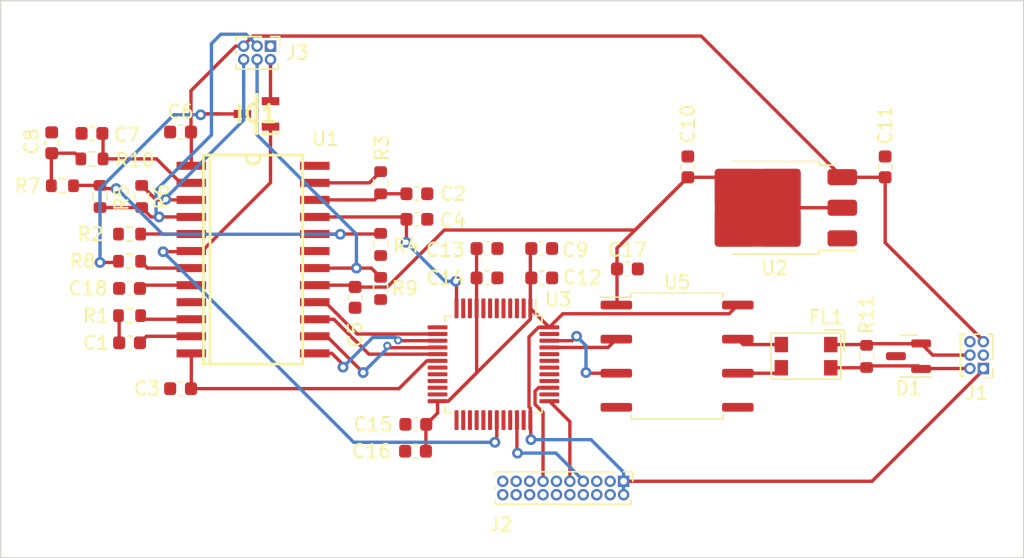
<source format=kicad_pcb>
(kicad_pcb (version 20221018) (generator pcbnew)
  (layers (0 "F.Cu" signal) (31 "B.Cu" signal) (34 "B.Paste" user) (35 "F.Paste" user) (36 "B.SilkS" user "B.Silkscreen") (37 "F.SilkS" user "F.Silkscreen") (38 "B.Mask" user) (39 "F.Mask" user) (44 "Edge.Cuts" user))
  (net 0 "")
  (net 1 "Net-(C1-Pad1)")
  (net 2 "Net-(U1-CM)")
  (net 3 "Net-(U1-CF)")
  (net 4 "GND")
  (net 5 "/UR_ADC")
  (net 6 "/UA_ADC")
  (net 7 "+12V")
  (net 8 "Net-(U1-UN)")
  (net 9 "/UN")
  (net 10 "+3V3")
  (net 11 "+5V")
  (net 12 "/CANL")
  (net 13 "/CANH")
  (net 14 "Net-(U5-CANH)")
  (net 15 "Net-(U5-CANL)")
  (net 16 "/HTR_CTRL")
  (net 17 "/Heater-")
  (net 18 "Net-(IC1-D)")
  (net 21 "/SWDIO")
  (net 22 "/SWCLK")
  (net 24 "/SWO")
  (net 27 "/IA")
  (net 28 "/VM")
  (net 29 "/IP")
  (net 30 "Net-(U1-RM)")
  (net 31 "Net-(U1-OSZ)")
  (net 32 "Net-(U1-RF)")
  (net 33 "Net-(U1-UP)")
  (net 34 "Net-(U1-US)")
  (net 35 "Net-(U1-DIAHD)")
  (net 36 "Net-(U1-RS)")
  (net 37 "/SPI_SCK")
  (net 38 "/SPI_MISO")
  (net 39 "/SPI_MOSI")
  (net 40 "/SPI_NSS")
  (net 59 "/CAN_RX")
  (net 60 "/CAN_TX")
  (net 70 "Net-(U1-~{RST})")
  (footprint "Capacitor_SMD:C_0603_1608Metric" (layer "F.Cu") (at 137.825 69.26)
    (fp_text reference "C13" (at -3.1 0.1) (layer "F.SilkS"))
    (fp_text value "10n" hide)
    (pad "1" smd roundrect (at -0.775 0) (size 0.9 0.95) (layers "F.Cu" "F.Paste" "F.Mask") (net 10 "+3V3"))
    (pad "2" smd roundrect (at 0.775 0) (size 0.9 0.95) (layers "F.Cu" "F.Paste" "F.Mask") (net 4 "GND"))
  )
  (footprint "Capacitor_SMD:C_0603_1608Metric" (layer "F.Cu") (at 111.2 72.235 180)
    (fp_text reference "C18" (at 3.1 0) (layer "F.SilkS"))
    (fp_text value "1n" hide)
    (pad "1" smd roundrect (at -0.775 0 180) (size 0.9 0.95) (layers "F.Cu" "F.Paste" "F.Mask") (net 70 "Net-(U1-~{RST})"))
    (pad "2" smd roundrect (at 0.775 0 180) (size 0.9 0.95) (layers "F.Cu" "F.Paste" "F.Mask") (net 4 "GND"))
  )
  (footprint "Capacitor_SMD:C_0603_1608Metric" (layer "F.Cu") (at 141.9 69.26)
    (fp_text reference "C9" (at 2.5 0.1) (layer "F.SilkS"))
    (fp_text value "10n" hide)
    (pad "1" smd roundrect (at -0.775 0) (size 0.9 0.95) (layers "F.Cu" "F.Paste" "F.Mask") (net 10 "+3V3"))
    (pad "2" smd roundrect (at 0.775 0) (size 0.9 0.95) (layers "F.Cu" "F.Paste" "F.Mask") (net 4 "GND"))
  )
  (footprint "Capacitor_SMD:C_0603_1608Metric" (layer "F.Cu") (at 137.825 71.45)
    (fp_text reference "C14" (at -3.075 0.01) (layer "F.SilkS"))
    (fp_text value "10n" hide)
    (pad "1" smd roundrect (at -0.775 0) (size 0.9 0.95) (layers "F.Cu" "F.Paste" "F.Mask") (net 10 "+3V3"))
    (pad "2" smd roundrect (at 0.775 0) (size 0.9 0.95) (layers "F.Cu" "F.Paste" "F.Mask") (net 4 "GND"))
  )
  (footprint "Capacitor_SMD:C_0603_1608Metric" (layer "F.Cu") (at 111.2 76.285)
    (fp_text reference "C1" (at -2.5 0) (layer "F.SilkS"))
    (fp_text value "100n" hide)
    (pad "1" smd roundrect (at -0.775 0) (size 0.9 0.95) (layers "F.Cu" "F.Paste" "F.Mask") (net 1 "Net-(C1-Pad1)"))
    (pad "2" smd roundrect (at 0.775 0) (size 0.9 0.95) (layers "F.Cu" "F.Paste" "F.Mask") (net 2 "Net-(U1-CM)"))
  )
  (footprint "Resistor_SMD:R_0603_1608Metric" (layer "F.Cu") (at 108.4 62.585)
    (fp_text reference "R10" (at 3.2 0.1) (layer "F.SilkS"))
    (fp_text value "100K" hide)
    (pad "1" smd roundrect (at -0.825 0) (size 0.8 0.95) (layers "F.Cu" "F.Paste" "F.Mask") (net 9 "/UN"))
    (pad "2" smd roundrect (at 0.825 0) (size 0.8 0.95) (layers "F.Cu" "F.Paste" "F.Mask") (net 8 "Net-(U1-UN)"))
  )
  (footprint "Resistor_SMD:R_0603_1608Metric" (layer "F.Cu") (at 166.1 77.3 -90)
    (fp_text reference "R11" (at -3.1 0 90) (layer "F.SilkS"))
    (fp_text value "120" hide)
    (pad "1" smd roundrect (at -0.825 0 270) (size 0.8 0.95) (layers "F.Cu" "F.Paste" "F.Mask") (net 13 "/CANH"))
    (pad "2" smd roundrect (at 0.825 0 270) (size 0.8 0.95) (layers "F.Cu" "F.Paste" "F.Mask") (net 12 "/CANL"))
  )
  (footprint "Connector_PinHeader_1.00mm:PinHeader_2x10_P1.00mm_Vertical" (layer "F.Cu") (at 148 86.6 -90)
    (fp_text reference "J2" (at 3.22 9.14) (layer "F.SilkS"))
    (fp_text value "STLink" hide)
    (pad "1" thru_hole rect (at 0 0 270) (size 0.85 0.85) (drill 0.5) (layers "*.Cu" "*.Mask") (net 10 "+3V3"))
    (pad "2" thru_hole oval (at 1 0 270) (size 0.85 0.85) (drill 0.5) (layers "*.Cu" "*.Mask") (net 10 "+3V3"))
    (pad "3" thru_hole oval (at 0 1 270) (size 0.85 0.85) (drill 0.5) (layers "*.Cu" "*.Mask"))
    (pad "4" thru_hole oval (at 1 1 270) (size 0.85 0.85) (drill 0.5) (layers "*.Cu" "*.Mask") (net 4 "GND"))
    (pad "5" thru_hole oval (at 0 2 270) (size 0.85 0.85) (drill 0.5) (layers "*.Cu" "*.Mask"))
    (pad "6" thru_hole oval (at 1 2 270) (size 0.85 0.85) (drill 0.5) (layers "*.Cu" "*.Mask") (net 4 "GND"))
    (pad "7" thru_hole oval (at 0 3 270) (size 0.85 0.85) (drill 0.5) (layers "*.Cu" "*.Mask") (net 21 "/SWDIO"))
    (pad "8" thru_hole oval (at 1 3 270) (size 0.85 0.85) (drill 0.5) (layers "*.Cu" "*.Mask") (net 4 "GND"))
    (pad "9" thru_hole oval (at 0 4 270) (size 0.85 0.85) (drill 0.5) (layers "*.Cu" "*.Mask") (net 22 "/SWCLK"))
    (pad "10" thru_hole oval (at 1 4 270) (size 0.85 0.85) (drill 0.5) (layers "*.Cu" "*.Mask") (net 4 "GND"))
    (pad "11" thru_hole oval (at 0 5 270) (size 0.85 0.85) (drill 0.5) (layers "*.Cu" "*.Mask"))
    (pad "12" thru_hole oval (at 1 5 270) (size 0.85 0.85) (drill 0.5) (layers "*.Cu" "*.Mask") (net 4 "GND"))
    (pad "13" thru_hole oval (at 0 6 270) (size 0.85 0.85) (drill 0.5) (layers "*.Cu" "*.Mask") (net 24 "/SWO"))
    (pad "14" thru_hole oval (at 1 6 270) (size 0.85 0.85) (drill 0.5) (layers "*.Cu" "*.Mask") (net 4 "GND"))
    (pad "15" thru_hole oval (at 0 7 270) (size 0.85 0.85) (drill 0.5) (layers "*.Cu" "*.Mask") (net 4 "GND"))
    (pad "16" thru_hole oval (at 1 7 270) (size 0.85 0.85) (drill 0.5) (layers "*.Cu" "*.Mask") (net 4 "GND"))
    (pad "17" thru_hole oval (at 0 8 270) (size 0.85 0.85) (drill 0.5) (layers "*.Cu" "*.Mask"))
    (pad "18" thru_hole oval (at 1 8 270) (size 0.85 0.85) (drill 0.5) (layers "*.Cu" "*.Mask") (net 4 "GND"))
    (pad "19" thru_hole oval (at 0 9 270) (size 0.85 0.85) (drill 0.5) (layers "*.Cu" "*.Mask"))
    (pad "20" thru_hole oval (at 1 9 270) (size 0.85 0.85) (drill 0.5) (layers "*.Cu" "*.Mask") (net 4 "GND"))
  )
  (footprint "Capacitor_SMD:C_0603_1608Metric" (layer "F.Cu") (at 148.285 70.78)
    (fp_text reference "C17" (at 0 -1.43) (layer "F.SilkS"))
    (fp_text value "100nF" hide)
    (pad "1" smd roundrect (at -0.775 0) (size 0.9 0.95) (layers "F.Cu" "F.Paste" "F.Mask") (net 11 "+5V"))
    (pad "2" smd roundrect (at 0.775 0) (size 0.9 0.95) (layers "F.Cu" "F.Paste" "F.Mask") (net 4 "GND"))
  )
  (footprint "Capacitor_SMD:C_0603_1608Metric" (layer "F.Cu") (at 108.4 60.685)
    (fp_text reference "C7" (at 2.6 0.1) (layer "F.SilkS"))
    (fp_text value "33n" hide)
    (pad "1" smd roundrect (at -0.775 0) (size 0.9 0.95) (layers "F.Cu" "F.Paste" "F.Mask") (net 4 "GND"))
    (pad "2" smd roundrect (at 0.775 0) (size 0.9 0.95) (layers "F.Cu" "F.Paste" "F.Mask") (net 8 "Net-(U1-UN)"))
  )
  (footprint "Capacitor_SMD:C_0603_1608Metric" (layer "F.Cu") (at 141.9 71.45)
    (fp_text reference "C12" (at 3.025 -0.03) (layer "F.SilkS"))
    (fp_text value "10n" hide)
    (pad "1" smd roundrect (at -0.775 0) (size 0.9 0.95) (layers "F.Cu" "F.Paste" "F.Mask") (net 10 "+3V3"))
    (pad "2" smd roundrect (at 0.775 0) (size 0.9 0.95) (layers "F.Cu" "F.Paste" "F.Mask") (net 4 "GND"))
  )
  (footprint "Capacitor_SMD:C_0603_1608Metric" (layer "F.Cu") (at 105.4 61.385 -90)
    (fp_text reference "C8" (at -0.1 1.5 90) (layer "F.SilkS"))
    (fp_text value "2.2n" hide)
    (pad "1" smd roundrect (at -0.775 0 270) (size 0.9 0.95) (layers "F.Cu" "F.Paste" "F.Mask") (net 4 "GND"))
    (pad "2" smd roundrect (at 0.775 0 270) (size 0.9 0.95) (layers "F.Cu" "F.Paste" "F.Mask") (net 9 "/UN"))
  )
  (footprint "Resistor_SMD:R_0603_1608Metric" (layer "F.Cu") (at 109 65.385 90)
    (fp_text reference "R5" (at -0.1 1.6 90) (layer "F.SilkS"))
    (fp_text value "470K" hide)
    (pad "1" smd roundrect (at -0.825 0 90) (size 0.8 0.95) (layers "F.Cu" "F.Paste" "F.Mask") (net 27 "/IA"))
    (pad "2" smd roundrect (at 0.825 0 90) (size 0.8 0.95) (layers "F.Cu" "F.Paste" "F.Mask") (net 33 "Net-(U1-UP)"))
  )
  (footprint "Package_TO_SOT_SMD:TO-252-3_TabPin2" (layer "F.Cu") (at 159.25 66.225 180)
    (fp_text reference "U2" (at 0 -4.5) (layer "F.SilkS"))
    (fp_text value "LM1117DT-5.0" hide)
    (pad "1" smd roundrect (at -5.04 -2.28 180) (size 2.2 1.2) (layers "F.Cu" "F.Paste" "F.Mask") (roundrect_rratio 0.208333) (net 4 "GND"))
    (pad "2" smd roundrect (at -5.04 0 180) (size 2.2 1.2) (layers "F.Cu" "F.Paste" "F.Mask") (roundrect_rratio 0.208333) (net 11 "+5V"))
    (pad "2" smd roundrect (at -0.415 -1.525 180) (size 3.05 2.75) (layers "F.Cu" "F.Paste") (roundrect_rratio 0.090909) (net 11 "+5V"))
    (pad "2" smd roundrect (at -0.415 1.525 180) (size 3.05 2.75) (layers "F.Cu" "F.Paste") (roundrect_rratio 0.090909) (net 11 "+5V"))
    (pad "2" smd roundrect (at 1.26 0 180) (size 6.4 5.8) (layers "F.Cu" "F.Mask") (roundrect_rratio 0.043103) (net 11 "+5V"))
    (pad "2" smd roundrect (at 2.935 -1.525 180) (size 3.05 2.75) (layers "F.Cu" "F.Paste") (roundrect_rratio 0.090909) (net 11 "+5V"))
    (pad "2" smd roundrect (at 2.935 1.525 180) (size 3.05 2.75) (layers "F.Cu" "F.Paste") (roundrect_rratio 0.090909) (net 11 "+5V"))
    (pad "3" smd roundrect (at -5.04 2.28 180) (size 2.2 1.2) (layers "F.Cu" "F.Paste" "F.Mask") (roundrect_rratio 0.208333) (net 7 "+12V"))
  )
  (footprint "Resistor_SMD:R_0603_1608Metric" (layer "F.Cu") (at 111.2 68.185 180)
    (fp_text reference "R2" (at 2.9 0 180) (layer "F.SilkS"))
    (fp_text value "10K" hide)
    (pad "1" smd roundrect (at -0.825 0 180) (size 0.8 0.95) (layers "F.Cu" "F.Paste" "F.Mask") (net 31 "Net-(U1-OSZ)"))
    (pad "2" smd roundrect (at 0.825 0 180) (size 0.8 0.95) (layers "F.Cu" "F.Paste" "F.Mask") (net 4 "GND"))
  )
  (footprint "Capacitor_SMD:C_0603_1608Metric" (layer "F.Cu") (at 128 72.9 -90)
    (fp_text reference "C5" (at 2.775 0 90) (layer "F.SilkS"))
    (fp_text value "33n" hide)
    (pad "1" smd roundrect (at -0.775 0 270) (size 0.9 0.95) (layers "F.Cu" "F.Paste" "F.Mask") (net 11 "+5V"))
    (pad "2" smd roundrect (at 0.775 0 270) (size 0.9 0.95) (layers "F.Cu" "F.Paste" "F.Mask") (net 4 "GND"))
  )
  (footprint "Resistor_SMD:R_0603_1608Metric" (layer "F.Cu") (at 111.2 74.26)
    (fp_text reference "R1" (at -2.5 0) (layer "F.SilkS"))
    (fp_text value "31.6K" hide)
    (pad "1" smd roundrect (at -0.825 0) (size 0.8 0.95) (layers "F.Cu" "F.Paste" "F.Mask") (net 1 "Net-(C1-Pad1)"))
    (pad "2" smd roundrect (at 0.825 0) (size 0.8 0.95) (layers "F.Cu" "F.Paste" "F.Mask") (net 30 "Net-(U1-RM)"))
  )
  (footprint "Capacitor_SMD:C_0603_1608Metric" (layer "F.Cu") (at 115 79.7 180)
    (fp_text reference "C3" (at 2.5 0) (layer "F.SilkS"))
    (fp_text value "33n" hide)
    (pad "1" smd roundrect (at -0.775 0 180) (size 0.9 0.95) (layers "F.Cu" "F.Paste" "F.Mask") (net 5 "/UR_ADC"))
    (pad "2" smd roundrect (at 0.775 0 180) (size 0.9 0.95) (layers "F.Cu" "F.Paste" "F.Mask") (net 4 "GND"))
  )
  (footprint "Capacitor_SMD:C_0603_1608Metric" (layer "F.Cu") (at 132.6 65.185)
    (fp_text reference "C2" (at 2.7 0) (layer "F.SilkS"))
    (fp_text value "100n" hide)
    (pad "1" smd roundrect (at -0.775 0) (size 0.9 0.95) (layers "F.Cu" "F.Paste" "F.Mask") (net 3 "Net-(U1-CF)"))
    (pad "2" smd roundrect (at 0.775 0) (size 0.9 0.95) (layers "F.Cu" "F.Paste" "F.Mask") (net 4 "GND"))
  )
  (footprint "Package_TO_SOT_SMD:SOT-23" (layer "F.Cu") (at 169.2225 77.28 180)
    (fp_text reference "D1" (at 0 -2.4) (layer "F.SilkS"))
    (fp_text value "D_TVS_Dual_AAC" hide)
    (pad "1" smd roundrect (at -0.9375 -0.95 180) (size 1.475 0.6) (layers "F.Cu" "F.Paste" "F.Mask") (net 12 "/CANL"))
    (pad "2" smd roundrect (at -0.9375 0.95 180) (size 1.475 0.6) (layers "F.Cu" "F.Paste" "F.Mask") (net 13 "/CANH"))
    (pad "3" smd roundrect (at 0.9375 0 180) (size 1.475 0.6) (layers "F.Cu" "F.Paste" "F.Mask") (net 4 "GND"))
  )
  (footprint "Resistor_SMD:R_0603_1608Metric" (layer "F.Cu") (at 106.2 64.585 180)
    (fp_text reference "R7" (at 2.6 0) (layer "F.SilkS"))
    (fp_text value "100K" hide)
    (pad "1" smd roundrect (at -0.825 0 180) (size 0.8 0.95) (layers "F.Cu" "F.Paste" "F.Mask") (net 33 "Net-(U1-UP)"))
    (pad "2" smd roundrect (at 0.825 0 180) (size 0.8 0.95) (layers "F.Cu" "F.Paste" "F.Mask") (net 9 "/UN"))
  )
  (footprint "Resistor_SMD:R_0603_1608Metric" (layer "F.Cu") (at 129.9 64.36 -90)
    (fp_text reference "R3" (at -2.575 -0.1 90) (layer "F.SilkS"))
    (fp_text value "100K" hide)
    (pad "1" smd roundrect (at -0.825 0 270) (size 0.8 0.95) (layers "F.Cu" "F.Paste" "F.Mask") (net 32 "Net-(U1-RF)"))
    (pad "2" smd roundrect (at 0.825 0 270) (size 0.8 0.95) (layers "F.Cu" "F.Paste" "F.Mask") (net 3 "Net-(U1-CF)"))
  )
  (footprint "NMOS:SOT95P237X112-3N" (layer "F.Cu") (at 120.65 59.235 180)
    (fp_text reference "IC1" (at 0 0 180) (layer "F.SilkS") (effects (font (size 1.27 1.27) (thickness 0.254))))
    (fp_text value "SI2302CDS-T1-BE3" hide)
    (pad "1" smd rect (at -1.05 -0.95 270) (size 0.6 1.3) (layers "F.Cu" "F.Paste" "F.Mask") (net 16 "/HTR_CTRL"))
    (pad "2" smd rect (at -1.05 0.95 270) (size 0.6 1.3) (layers "F.Cu" "F.Paste" "F.Mask") (net 17 "/Heater-"))
    (pad "3" smd rect (at 1.05 0 270) (size 0.6 1.3) (layers "F.Cu" "F.Paste" "F.Mask") (net 18 "Net-(IC1-D)"))
  )
  (footprint "Package_QFP:LQFP-48_7x7mm_P0.5mm" (layer "F.Cu") (at 138.305 77.88 -90)
    (fp_text reference "U3" (at -4.82 -4.82 -180) (layer "F.SilkS"))
    (fp_text value "STM32F103CBTx" hide)
    (pad "1" smd roundrect (at -4.1625 -2.75 270) (size 1.475 0.3) (layers "F.Cu" "F.Paste" "F.Mask") (net 10 "+3V3"))
    (pad "2" smd roundrect (at -4.1625 -2.25 270) (size 1.475 0.3) (layers "F.Cu" "F.Paste" "F.Mask"))
    (pad "3" smd roundrect (at -4.1625 -1.75 270) (size 1.475 0.3) (layers "F.Cu" "F.Paste" "F.Mask"))
    (pad "4" smd roundrect (at -4.1625 -1.25 270) (size 1.475 0.3) (layers "F.Cu" "F.Paste" "F.Mask"))
    (pad "5" smd roundrect (at -4.1625 -0.75 270) (size 1.475 0.3) (layers "F.Cu" "F.Paste" "F.Mask"))
    (pad "6" smd roundrect (at -4.1625 -0.25 270) (size 1.475 0.3) (layers "F.Cu" "F.Paste" "F.Mask"))
    (pad "7" smd roundrect (at -4.1625 0.25 270) (size 1.475 0.3) (layers "F.Cu" "F.Paste" "F.Mask"))
    (pad "8" smd roundrect (at -4.1625 0.75 270) (size 1.475 0.3) (layers "F.Cu" "F.Paste" "F.Mask") (net 4 "GND"))
    (pad "9" smd roundrect (at -4.1625 1.25 270) (size 1.475 0.3) (layers "F.Cu" "F.Paste" "F.Mask") (net 10 "+3V3"))
    (pad "10" smd roundrect (at -4.1625 1.75 270) (size 1.475 0.3) (layers "F.Cu" "F.Paste" "F.Mask"))
    (pad "11" smd roundrect (at -4.1625 2.25 270) (size 1.475 0.3) (layers "F.Cu" "F.Paste" "F.Mask"))
    (pad "12" smd roundrect (at -4.1625 2.75 270) (size 1.475 0.3) (layers "F.Cu" "F.Paste" "F.Mask") (net 6 "/UA_ADC"))
    (pad "13" smd roundrect (at -2.75 4.1625 270) (size 0.3 1.475) (layers "F.Cu" "F.Paste" "F.Mask"))
    (pad "14" smd roundrect (at -2.25 4.1625 270) (size 0.3 1.475) (layers "F.Cu" "F.Paste" "F.Mask") (net 40 "/SPI_NSS"))
    (pad "15" smd roundrect (at -1.75 4.1625 270) (size 0.3 1.475) (layers "F.Cu" "F.Paste" "F.Mask") (net 37 "/SPI_SCK"))
    (pad "16" smd roundrect (at -1.25 4.1625 270) (size 0.3 1.475) (layers "F.Cu" "F.Paste" "F.Mask") (net 38 "/SPI_MISO"))
    (pad "17" smd roundrect (at -0.75 4.1625 270) (size 0.3 1.475) (layers "F.Cu" "F.Paste" "F.Mask") (net 39 "/SPI_MOSI"))
    (pad "18" smd roundrect (at -0.25 4.1625 270) (size 0.3 1.475) (layers "F.Cu" "F.Paste" "F.Mask") (net 5 "/UR_ADC"))
    (pad "19" smd roundrect (at 0.25 4.1625 270) (size 0.3 1.475) (layers "F.Cu" "F.Paste" "F.Mask"))
    (pad "20" smd roundrect (at 0.75 4.1625 270) (size 0.3 1.475) (layers "F.Cu" "F.Paste" "F.Mask"))
    (pad "21" smd roundrect (at 1.25 4.1625 270) (size 0.3 1.475) (layers "F.Cu" "F.Paste" "F.Mask"))
    (pad "22" smd roundrect (at 1.75 4.1625 270) (size 0.3 1.475) (layers "F.Cu" "F.Paste" "F.Mask"))
    (pad "23" smd roundrect (at 2.25 4.1625 270) (size 0.3 1.475) (layers "F.Cu" "F.Paste" "F.Mask") (net 4 "GND"))
    (pad "24" smd roundrect (at 2.75 4.1625 270) (size 0.3 1.475) (layers "F.Cu" "F.Paste" "F.Mask") (net 10 "+3V3"))
    (pad "25" smd roundrect (at 4.1625 2.75 270) (size 1.475 0.3) (layers "F.Cu" "F.Paste" "F.Mask"))
    (pad "26" smd roundrect (at 4.1625 2.25 270) (size 1.475 0.3) (layers "F.Cu" "F.Paste" "F.Mask"))
    (pad "27" smd roundrect (at 4.1625 1.75 270) (size 1.475 0.3) (layers "F.Cu" "F.Paste" "F.Mask"))
    (pad "28" smd roundrect (at 4.1625 1.25 270) (size 1.475 0.3) (layers "F.Cu" "F.Paste" "F.Mask"))
    (pad "29" smd roundrect (at 4.1625 0.75 270) (size 1.475 0.3) (layers "F.Cu" "F.Paste" "F.Mask"))
    (pad "30" smd roundrect (at 4.1625 0.25 270) (size 1.475 0.3) (layers "F.Cu" "F.Paste" "F.Mask"))
    (pad "31" smd roundrect (at 4.1625 -0.25 270) (size 1.475 0.3) (layers "F.Cu" "F.Paste" "F.Mask") (net 16 "/HTR_CTRL"))
    (pad "32" smd roundrect (at 4.1625 -0.75 270) (size 1.475 0.3) (layers "F.Cu" "F.Paste" "F.Mask"))
    (pad "33" smd roundrect (at 4.1625 -1.25 270) (size 1.475 0.3) (layers "F.Cu" "F.Paste" "F.Mask"))
    (pad "34" smd roundrect (at 4.1625 -1.75 270) (size 1.475 0.3) (layers "F.Cu" "F.Paste" "F.Mask") (net 21 "/SWDIO"))
    (pad "35" smd roundrect (at 4.1625 -2.25 270) (size 1.475 0.3) (layers "F.Cu" "F.Paste" "F.Mask") (net 4 "GND"))
    (pad "36" smd roundrect (at 4.1625 -2.75 270) (size 1.475 0.3) (layers "F.Cu" "F.Paste" "F.Mask") (net 10 "+3V3"))
    (pad "37" smd roundrect (at 2.75 -4.1625 270) (size 0.3 1.475) (layers "F.Cu" "F.Paste" "F.Mask") (net 22 "/SWCLK"))
    (pad "38" smd roundrect (at 2.25 -4.1625 270) (size 0.3 1.475) (layers "F.Cu" "F.Paste" "F.Mask"))
    (pad "39" smd roundrect (at 1.75 -4.1625 270) (size 0.3 1.475) (layers "F.Cu" "F.Paste" "F.Mask") (net 24 "/SWO"))
    (pad "40" smd roundrect (at 1.25 -4.1625 270) (size 0.3 1.475) (layers "F.Cu" "F.Paste" "F.Mask"))
    (pad "41" smd roundrect (at 0.75 -4.1625 270) (size 0.3 1.475) (layers "F.Cu" "F.Paste" "F.Mask"))
    (pad "42" smd roundrect (at 0.25 -4.1625 270) (size 0.3 1.475) (layers "F.Cu" "F.Paste" "F.Mask"))
    (pad "43" smd roundrect (at -0.25 -4.1625 270) (size 0.3 1.475) (layers "F.Cu" "F.Paste" "F.Mask"))
    (pad "44" smd roundrect (at -0.75 -4.1625 270) (size 0.3 1.475) (layers "F.Cu" "F.Paste" "F.Mask"))
    (pad "45" smd roundrect (at -1.25 -4.1625 270) (size 0.3 1.475) (layers "F.Cu" "F.Paste" "F.Mask") (net 59 "/CAN_RX"))
    (pad "46" smd roundrect (at -1.75 -4.1625 270) (size 0.3 1.475) (layers "F.Cu" "F.Paste" "F.Mask") (net 60 "/CAN_TX"))
    (pad "47" smd roundrect (at -2.25 -4.1625 270) (size 0.3 1.475) (layers "F.Cu" "F.Paste" "F.Mask") (net 4 "GND"))
    (pad "48" smd roundrect (at -2.75 -4.1625 270) (size 0.3 1.475) (layers "F.Cu" "F.Paste" "F.Mask") (net 10 "+3V3"))
  )
  (footprint "Package_SO:SOP-8_6.62x9.15mm_P2.54mm" (layer "F.Cu") (at 151.985 77.28)
    (fp_text reference "U5" (at 0 -5.52) (layer "F.SilkS"))
    (fp_text value "ISO1050DUB" hide)
    (pad "1" smd roundrect (at -4.525 -3.81) (size 2.35 0.65) (layers "F.Cu" "F.Paste" "F.Mask") (net 11 "+5V"))
    (pad "2" smd roundrect (at -4.525 -1.27) (size 2.35 0.65) (layers "F.Cu" "F.Paste" "F.Mask") (net 59 "/CAN_RX"))
    (pad "3" smd roundrect (at -4.525 1.27) (size 2.35 0.65) (layers "F.Cu" "F.Paste" "F.Mask") (net 60 "/CAN_TX"))
    (pad "4" smd roundrect (at -4.525 3.81) (size 2.35 0.65) (layers "F.Cu" "F.Paste" "F.Mask") (net 4 "GND"))
    (pad "5" smd roundrect (at 4.525 3.81) (size 2.35 0.65) (layers "F.Cu" "F.Paste" "F.Mask") (net 4 "GND"))
    (pad "6" smd roundrect (at 4.525 1.27) (size 2.35 0.65) (layers "F.Cu" "F.Paste" "F.Mask") (net 15 "Net-(U5-CANL)"))
    (pad "7" smd roundrect (at 4.525 -1.27) (size 2.35 0.65) (layers "F.Cu" "F.Paste" "F.Mask") (net 14 "Net-(U5-CANH)"))
    (pad "8" smd roundrect (at 4.525 -3.81) (size 2.35 0.65) (layers "F.Cu" "F.Paste" "F.Mask") (net 10 "+3V3"))
  )
  (footprint "Capacitor_SMD:C_0603_1608Metric" (layer "F.Cu") (at 115 60.585 180)
    (fp_text reference "C6" (at 0 1.5) (layer "F.SilkS"))
    (fp_text value "33n" hide)
    (pad "1" smd roundrect (at -0.775 0 180) (size 0.9 0.95) (layers "F.Cu" "F.Paste" "F.Mask") (net 7 "+12V"))
    (pad "2" smd roundrect (at 0.775 0 180) (size 0.9 0.95) (layers "F.Cu" "F.Paste" "F.Mask") (net 4 "GND"))
  )
  (footprint "CJ125 Circuit Data:SO24W" (layer "F.Cu") (at 120.4 70.085 -90)
    (fp_text reference "U1" (at -9 -5.4 -180) (layer "F.SilkS"))
    (fp_text value "CJ125")
    (pad "1" smd rect (at -6.985 4.6 270) (size 0.6 2.2) (layers "F.Cu" "F.Paste" "F.Mask") (net 7 "+12V"))
    (pad "2" smd rect (at -5.715 4.6 270) (size 0.6 2.2) (layers "F.Cu" "F.Paste" "F.Mask") (net 8 "Net-(U1-UN)"))
    (pad "3" smd rect (at -4.445 4.6 270) (size 0.6 2.2) (layers "F.Cu" "F.Paste" "F.Mask") (net 29 "/IP"))
    (pad "4" smd rect (at -3.175 4.6 270) (size 0.6 2.2) (layers "F.Cu" "F.Paste" "F.Mask") (net 27 "/IA"))
    (pad "5" smd rect (at -1.905 4.6 270) (size 0.6 2.2) (layers "F.Cu" "F.Paste" "F.Mask") (net 31 "Net-(U1-OSZ)"))
    (pad "6" smd rect (at -0.635 4.6 270) (size 0.6 2.2) (layers "F.Cu" "F.Paste" "F.Mask") (net 16 "/HTR_CTRL"))
    (pad "7" smd rect (at 0.635 4.6 270) (size 0.6 2.2) (layers "F.Cu" "F.Paste" "F.Mask") (net 35 "Net-(U1-DIAHD)"))
    (pad "8" smd rect (at 1.905 4.6 270) (size 0.6 2.2) (layers "F.Cu" "F.Paste" "F.Mask") (net 70 "Net-(U1-~{RST})"))
    (pad "9" smd rect (at 3.175 4.6 270) (size 0.6 2.2) (layers "F.Cu" "F.Paste" "F.Mask") (net 36 "Net-(U1-RS)"))
    (pad "10" smd rect (at 4.445 4.6 270) (size 0.6 2.2) (layers "F.Cu" "F.Paste" "F.Mask") (net 30 "Net-(U1-RM)"))
    (pad "11" smd rect (at 5.715 4.6 270) (size 0.6 2.2) (layers "F.Cu" "F.Paste" "F.Mask") (net 2 "Net-(U1-CM)"))
    (pad "12" smd rect (at 6.985 4.6 270) (size 0.6 2.2) (layers "F.Cu" "F.Paste" "F.Mask") (net 5 "/UR_ADC"))
    (pad "13" smd rect (at 6.985 -4.6 270) (size 0.6 2.2) (layers "F.Cu" "F.Paste" "F.Mask") (net 37 "/SPI_SCK"))
    (pad "14" smd rect (at 5.715 -4.6 270) (size 0.6 2.2) (layers "F.Cu" "F.Paste" "F.Mask") (net 38 "/SPI_MISO"))
    (pad "15" smd rect (at 4.445 -4.6 270) (size 0.6 2.2) (layers "F.Cu" "F.Paste" "F.Mask") (net 39 "/SPI_MOSI"))
    (pad "16" smd rect (at 3.175 -4.6 270) (size 0.6 2.2) (layers "F.Cu" "F.Paste" "F.Mask") (net 40 "/SPI_NSS"))
    (pad "17" smd rect (at 1.905 -4.6 270) (size 0.6 2.2) (layers "F.Cu" "F.Paste" "F.Mask") (net 11 "+5V"))
    (pad "18" smd rect (at 0.635 -4.6 270) (size 0.6 2.2) (layers "F.Cu" "F.Paste" "F.Mask") (net 28 "/VM"))
    (pad "19" smd rect (at -0.635 -4.6 270) (size 0.6 2.2) (layers "F.Cu" "F.Paste" "F.Mask") (net 34 "Net-(U1-US)"))
    (pad "20" smd rect (at -1.905 -4.6 270) (size 0.6 2.2) (layers "F.Cu" "F.Paste" "F.Mask") (net 33 "Net-(U1-UP)"))
    (pad "21" smd rect (at -3.175 -4.6 270) (size 0.6 2.2) (layers "F.Cu" "F.Paste" "F.Mask") (net 6 "/UA_ADC"))
    (pad "22" smd rect (at -4.445 -4.6 270) (size 0.6 2.2) (layers "F.Cu" "F.Paste" "F.Mask") (net 3 "Net-(U1-CF)"))
    (pad "23" smd rect (at -5.715 -4.6 270) (size 0.6 2.2) (layers "F.Cu" "F.Paste" "F.Mask") (net 32 "Net-(U1-RF)"))
    (pad "24" smd rect (at -6.985 -4.6 270) (size 0.6 2.2) (layers "F.Cu" "F.Paste" "F.Mask") (net 4 "GND"))
  )
  (footprint "Capacitor_SMD:C_0603_1608Metric" (layer "F.Cu") (at 132.525 82.36 180)
    (fp_text reference "C15" (at 3.2 0) (layer "F.SilkS"))
    (fp_text value "10n" hide)
    (pad "1" smd roundrect (at -0.775 0 180) (size 0.9 0.95) (layers "F.Cu" "F.Paste" "F.Mask") (net 10 "+3V3"))
    (pad "2" smd roundrect (at 0.775 0 180) (size 0.9 0.95) (layers "F.Cu" "F.Paste" "F.Mask") (net 4 "GND"))
  )
  (footprint "Capacitor_SMD:C_0603_1608Metric" (layer "F.Cu") (at 132.5 84.36 180)
    (fp_text reference "C16" (at 3.275 0) (layer "F.SilkS"))
    (fp_text value "10n" hide)
    (pad "1" smd roundrect (at -0.775 0 180) (size 0.9 0.95) (layers "F.Cu" "F.Paste" "F.Mask") (net 10 "+3V3"))
    (pad "2" smd roundrect (at 0.775 0 180) (size 0.9 0.95) (layers "F.Cu" "F.Paste" "F.Mask") (net 4 "GND"))
  )
  (footprint "Capacitor_SMD:C_0603_1608Metric" (layer "F.Cu") (at 152.785 63.18 90)
    (fp_text reference "C10" (at 3.2 0 90) (layer "F.SilkS"))
    (fp_text value "10u" hide)
    (pad "1" smd roundrect (at -0.775 0 90) (size 0.9 0.95) (layers "F.Cu" "F.Paste" "F.Mask") (net 11 "+5V"))
    (pad "2" smd roundrect (at 0.775 0 90) (size 0.9 0.95) (layers "F.Cu" "F.Paste" "F.Mask") (net 4 "GND"))
  )
  (footprint "Resistor_SMD:R_0603_1608Metric" (layer "F.Cu") (at 112.1 65.385 90)
    (fp_text reference "R6" (at 0 1.5 90) (layer "F.SilkS"))
    (fp_text value "61.9" hide)
    (pad "1" smd roundrect (at -0.825 0 90) (size 0.8 0.95) (layers "F.Cu" "F.Paste" "F.Mask") (net 27 "/IA"))
    (pad "2" smd roundrect (at 0.825 0 90) (size 0.8 0.95) (layers "F.Cu" "F.Paste" "F.Mask") (net 29 "/IP"))
  )
  (footprint "Inductor_SMD:L_CommonModeChoke_Coilcraft_1812CAN" (layer "F.Cu") (at 161.59 77.28 -90)
    (fp_text reference "FL1" (at -2.9 -1.495 -180) (layer "F.SilkS"))
    (fp_text value "Filter_1812CAN" hide)
    (pad "1" smd roundrect (at -0.865 -1.84 270) (size 1.15 1) (layers "F.Cu" "F.Paste" "F.Mask") (roundrect_rratio 0.05) (net 13 "/CANH"))
    (pad "2" smd roundrect (at -0.865 1.84 270) (size 1.15 1) (layers "F.Cu" "F.Paste" "F.Mask") (roundrect_rratio 0.05) (net 14 "Net-(U5-CANH)"))
    (pad "3" smd roundrect (at 0.865 1.84 270) (size 1.15 1) (layers "F.Cu" "F.Paste" "F.Mask") (roundrect_rratio 0.05) (net 15 "Net-(U5-CANL)"))
    (pad "4" smd roundrect (at 0.865 -1.84 270) (size 1.15 1) (layers "F.Cu" "F.Paste" "F.Mask") (roundrect_rratio 0.05) (net 12 "/CANL"))
  )
  (footprint "Resistor_SMD:R_0603_1608Metric" (layer "F.Cu") (at 111.2 70.21)
    (fp_text reference "R8" (at -3.5 -0.01) (layer "F.SilkS"))
    (fp_text value "6.8K" hide)
    (pad "1" smd roundrect (at -0.825 0) (size 0.8 0.95) (layers "F.Cu" "F.Paste" "F.Mask") (net 18 "Net-(IC1-D)"))
    (pad "2" smd roundrect (at 0.825 0) (size 0.8 0.95) (layers "F.Cu" "F.Paste" "F.Mask") (net 35 "Net-(U1-DIAHD)"))
  )
  (footprint "Capacitor_SMD:C_0603_1608Metric" (layer "F.Cu") (at 167.485 63.18 90)
    (fp_text reference "C11" (at 3.1 0 90) (layer "F.SilkS"))
    (fp_text value "10u" hide)
    (pad "1" smd roundrect (at -0.775 0 90) (size 0.9 0.95) (layers "F.Cu" "F.Paste" "F.Mask") (net 7 "+12V"))
    (pad "2" smd roundrect (at 0.775 0 90) (size 0.9 0.95) (layers "F.Cu" "F.Paste" "F.Mask") (net 4 "GND"))
  )
  (footprint "Connector_PinHeader_1.00mm:PinHeader_2x03_P1.00mm_Vertical" (layer "F.Cu") (at 121.7 54.185 -90)
    (fp_text reference "J3" (at 0.5 -2 -180) (layer "F.SilkS"))
    (fp_text value "2x3 Connector to O2 Sensor" hide)
    (pad "1" thru_hole rect (at 0 0 270) (size 0.85 0.85) (drill 0.5) (layers "*.Cu" "*.Mask") (net 9 "/UN"))
    (pad "2" thru_hole oval (at 1 0 270) (size 0.85 0.85) (drill 0.5) (layers "*.Cu" "*.Mask") (net 17 "/Heater-"))
    (pad "3" thru_hole oval (at 0 1 270) (size 0.85 0.85) (drill 0.5) (layers "*.Cu" "*.Mask") (net 27 "/IA"))
    (pad "4" thru_hole oval (at 1 1 270) (size 0.85 0.85) (drill 0.5) (layers "*.Cu" "*.Mask") (net 28 "/VM"))
    (pad "5" thru_hole oval (at 0 2 270) (size 0.85 0.85) (drill 0.5) (layers "*.Cu" "*.Mask") (net 7 "+12V"))
    (pad "6" thru_hole oval (at 1 2 270) (size 0.85 0.85) (drill 0.5) (layers "*.Cu" "*.Mask") (net 29 "/IP"))
  )
  (footprint "Connector_PinHeader_1.00mm:PinHeader_2x03_P1.00mm_Vertical" (layer "F.Cu") (at 174.8 78.2 180)
    (fp_text reference "J1" (at 0.5 -1.8) (layer "F.SilkS"))
    (fp_text value "2x3 Connector to ECU" hide)
    (pad "1" thru_hole rect (at 0 0 180) (size 0.85 0.85) (drill 0.5) (layers "*.Cu" "*.Mask") (net 10 "+3V3"))
    (pad "2" thru_hole oval (at 1 0 180) (size 0.85 0.85) (drill 0.5) (layers "*.Cu" "*.Mask") (net 12 "/CANL"))
    (pad "3" thru_hole oval (at 0 1 180) (size 0.85 0.85) (drill 0.5) (layers "*.Cu" "*.Mask"))
    (pad "4" thru_hole oval (at 1 1 180) (size 0.85 0.85) (drill 0.5) (layers "*.Cu" "*.Mask") (net 13 "/CANH"))
    (pad "5" thru_hole oval (at 0 2 180) (size 0.85 0.85) (drill 0.5) (layers "*.Cu" "*.Mask") (net 7 "+12V"))
    (pad "6" thru_hole oval (at 1 2 180) (size 0.85 0.85) (drill 0.5) (layers "*.Cu" "*.Mask") (net 4 "GND"))
  )
  (footprint "Resistor_SMD:R_0603_1608Metric" (layer "F.Cu") (at 129.9 72.235 -90)
    (fp_text reference "R9" (at 0 -1.8 -180) (layer "F.SilkS"))
    (fp_text value "301" hide)
    (pad "1" smd roundrect (at -0.825 0 270) (size 0.8 0.95) (layers "F.Cu" "F.Paste" "F.Mask") (net 28 "/VM"))
    (pad "2" smd roundrect (at 0.825 0 270) (size 0.8 0.95) (layers "F.Cu" "F.Paste" "F.Mask") (net 36 "Net-(U1-RS)"))
  )
  (footprint "Resistor_SMD:R_0603_1608Metric" (layer "F.Cu") (at 129.9 68.96 -90)
    (fp_text reference "R4" (at 0.1 -1.9) (layer "F.SilkS"))
    (fp_text value "4.7K" hide)
    (pad "1" smd roundrect (at -0.825 0 270) (size 0.8 0.95) (layers "F.Cu" "F.Paste" "F.Mask") (net 33 "Net-(U1-UP)"))
    (pad "2" smd roundrect (at 0.825 0 270) (size 0.8 0.95) (layers "F.Cu" "F.Paste" "F.Mask") (net 34 "Net-(U1-US)"))
  )
  (footprint "Capacitor_SMD:C_0603_1608Metric" (layer "F.Cu") (at 132.6 67.085)
    (fp_text reference "C4" (at 2.675 0.1) (layer "F.SilkS"))
    (fp_text value "33n" hide)
    (pad "1" smd roundrect (at -0.775 0) (size 0.9 0.95) (layers "F.Cu" "F.Paste" "F.Mask") (net 6 "/UA_ADC"))
    (pad "2" smd roundrect (at 0.775 0) (size 0.9 0.95) (layers "F.Cu" "F.Paste" "F.Mask") (net 4 "GND"))
  )
  (gr_line (start 101.6 92.3) (end 177.8 92.3) (stroke (width 0.1)) (layer "Edge.Cuts"))
  (gr_line (start 177.8 92.3) (end 177.8 50.8) (stroke (width 0.1)) (layer "Edge.Cuts"))
  (gr_line (start 177.8 50.8) (end 101.6 50.8) (stroke (width 0.1)) (layer "Edge.Cuts"))
  (gr_line (start 101.6 50.8) (end 101.6 92.3) (stroke (width 0.1)) (layer "Edge.Cuts"))
  (segment (start 110.425 76.285) (end 110.425 74.31) (width 0.25) (layer "F.Cu") (net 1))
  (segment (start 110.425 74.31) (end 110.375 74.26) (width 0.25) (layer "F.Cu") (net 1))
  (segment (start 111.975 76.285) (end 112.46 75.8) (width 0.25) (layer "F.Cu") (net 2))
  (segment (start 112.46 75.8) (end 115.8 75.8) (width 0.25) (layer "F.Cu") (net 2))
  (segment (start 129.445 65.64) (end 129.9 65.185) (width 0.25) (layer "F.Cu") (net 3))
  (segment (start 125 65.64) (end 129.445 65.64) (width 0.25) (layer "F.Cu") (net 3))
  (segment (start 129.9 65.185) (end 131.825 65.185) (width 0.25) (layer "F.Cu") (net 3))
  (segment (start 131.269315 79.7) (end 133.339315 77.63) (width 0.25) (layer "F.Cu") (net 5))
  (segment (start 115.775 79.7) (end 131.269315 79.7) (width 0.25) (layer "F.Cu") (net 5))
  (segment (start 115.8 79.675) (end 115.8 77.07) (width 0.25) (layer "F.Cu") (net 5))
  (segment (start 115.775 79.7) (end 115.8 79.675) (width 0.25) (layer "F.Cu") (net 5))
  (segment (start 133.339315 77.63) (end 134.1425 77.63) (width 0.25) (layer "F.Cu") (net 5))
  (segment (start 135.555 71.755) (end 135.5 71.7) (width 0.25) (layer "F.Cu") (net 6))
  (segment (start 135.555 73.7175) (end 135.555 71.755) (width 0.25) (layer "F.Cu") (net 6))
  (segment (start 131.825 68.675) (end 131.8 68.7) (width 0.25) (layer "F.Cu") (net 6))
  (segment (start 131.825 67.085) (end 131.65 66.91) (width 0.25) (layer "F.Cu") (net 6))
  (segment (start 131.65 66.91) (end 125 66.91) (width 0.25) (layer "F.Cu") (net 6))
  (segment (start 131.825 67.085) (end 131.825 68.675) (width 0.25) (layer "F.Cu") (net 6))
  (via (at 131.8 68.8) (size 0.8) (drill 0.4) (layers "F.Cu" "B.Cu") (net 6))
  (via (at 135.5 71.7) (size 0.8) (drill 0.4) (layers "F.Cu" "B.Cu") (net 6))
  (segment (start 134.7 71.7) (end 135.5 71.7) (width 0.25) (layer "B.Cu") (net 6))
  (segment (start 131.8 68.8) (end 134.7 71.7) (width 0.25) (layer "B.Cu") (net 6))
  (segment (start 174.8 76.139339) (end 167.485 68.824339) (width 0.25) (layer "F.Cu") (net 7))
  (segment (start 120.389339 53.435) (end 119.7 54.124339) (width 0.25) (layer "F.Cu") (net 7))
  (segment (start 115.775 57.50896) (end 119.09896 54.185) (width 0.25) (layer "F.Cu") (net 7))
  (segment (start 164.3 63.955) (end 164.29 63.945) (width 0.25) (layer "F.Cu") (net 7))
  (segment (start 115.8 60.61) (end 115.775 60.585) (width 0.25) (layer "F.Cu") (net 7))
  (segment (start 119.09896 54.185) (end 119.7 54.185) (width 0.25) (layer "F.Cu") (net 7))
  (segment (start 119.7 54.124339) (end 119.7 54.185) (width 0.25) (layer "F.Cu") (net 7))
  (segment (start 115.775 60.585) (end 115.775 57.50896) (width 0.25) (layer "F.Cu") (net 7))
  (segment (start 115.8 63.1) (end 115.8 60.61) (width 0.25) (layer "F.Cu") (net 7))
  (segment (start 167.485 63.955) (end 164.3 63.955) (width 0.25) (layer "F.Cu") (net 7))
  (segment (start 153.78 53.435) (end 120.389339 53.435) (width 0.25) (layer "F.Cu") (net 7))
  (segment (start 174.8 76.2) (end 174.8 76.139339) (width 0.25) (layer "F.Cu") (net 7))
  (segment (start 164.29 63.945) (end 153.78 53.435) (width 0.25) (layer "F.Cu") (net 7))
  (segment (start 167.485 68.824339) (end 167.485 63.955) (width 0.25) (layer "F.Cu") (net 7))
  (segment (start 115 64.37) (end 115.8 64.37) (width 0.25) (layer "F.Cu") (net 8))
  (segment (start 109.225 60.735) (end 109.175 60.685) (width 0.25) (layer "F.Cu") (net 8))
  (segment (start 109.225 62.585) (end 109.225 60.735) (width 0.25) (layer "F.Cu") (net 8))
  (segment (start 113.215 62.585) (end 115 64.37) (width 0.25) (layer "F.Cu") (net 8))
  (segment (start 109.225 62.585) (end 113.215 62.585) (width 0.25) (layer "F.Cu") (net 8))
  (segment (start 107.15 62.16) (end 107.575 62.585) (width 0.25) (layer "F.Cu") (net 9))
  (segment (start 105.375 64.585) (end 105.375 62.185) (width 0.25) (layer "F.Cu") (net 9))
  (segment (start 105.375 62.185) (end 105.4 62.16) (width 0.25) (layer "F.Cu") (net 9))
  (segment (start 105.4 62.16) (end 107.15 62.16) (width 0.25) (layer "F.Cu") (net 9))
  (segment (start 155.86 74.12) (end 143.4775 74.12) (width 0.25) (layer "F.Cu") (net 10))
  (segment (start 133.275 84.36) (end 133.275 82.385) (width 0.25) (layer "F.Cu") (net 10))
  (segment (start 174.8 78.3) (end 166.5 86.6) (width 0.25) (layer "F.Cu") (net 10))
  (segment (start 141.664315 75.13) (end 142.4675 75.13) (width 0.25) (layer "F.Cu") (net 10))
  (segment (start 143.4775 74.12) (end 142.4675 75.13) (width 0.25) (layer "F.Cu") (net 10))
  (segment (start 141.125 69.26) (end 141.055 69.33) (width 0.25) (layer "F.Cu") (net 10))
  (segment (start 141.055 82.0425) (end 141.1 83.5) (width 0.25) (layer "F.Cu") (net 10))
  (segment (start 141.055 82.0425) (end 141.055 81.156396) (width 0.25) (layer "F.Cu") (net 10))
  (segment (start 166.5 86.6) (end 148 86.6) (width 0.25) (layer "F.Cu") (net 10))
  (segment (start 140.955 81.056396) (end 140.955 75.839315) (width 0.25) (layer "F.Cu") (net 10))
  (segment (start 141.1 83.5) (end 141.055 83.455) (width 0.25) (layer "F.Cu") (net 10))
  (segment (start 137.05 69.26) (end 137.05 73.7125) (width 0.25) (layer "F.Cu") (net 10))
  (segment (start 134.1425 81.5175) (end 133.3 82.36) (width 0.25) (layer "F.Cu") (net 10))
  (segment (start 156.51 73.47) (end 155.86 74.12) (width 0.25) (layer "F.Cu") (net 10))
  (segment (start 137.05 73.7125) (end 137.055 73.7175) (width 0.25) (layer "F.Cu") (net 10))
  (segment (start 141.055 73.7175) (end 141.055 74.520685) (width 0.25) (layer "F.Cu") (net 10))
  (segment (start 174.8 78.2) (end 174.8 78.3) (width 0.25) (layer "F.Cu") (net 10))
  (segment (start 134.1425 80.63) (end 134.1425 81.5175) (width 0.25) (layer "F.Cu") (net 10))
  (segment (start 140.955 75.839315) (end 141.664315 75.13) (width 0.25) (layer "F.Cu") (net 10))
  (segment (start 141.055 69.33) (end 141.055 73.7175) (width 0.25) (layer "F.Cu") (net 10))
  (segment (start 134.945685 80.63) (end 137.055 78.520685) (width 0.25) (layer "F.Cu") (net 10))
  (segment (start 133.275 82.385) (end 133.3 82.36) (width 0.25) (layer "F.Cu") (net 10))
  (segment (start 141.055 81.156396) (end 140.955 81.056396) (width 0.25) (layer "F.Cu") (net 10))
  (segment (start 142.4675 75.13) (end 141.055 73.7175) (width 0.25) (layer "F.Cu") (net 10))
  (segment (start 141.055 74.520685) (end 134.945685 80.63) (width 0.25) (layer "F.Cu") (net 10))
  (segment (start 134.945685 80.63) (end 134.1425 80.63) (width 0.25) (layer "F.Cu") (net 10))
  (segment (start 137.055 78.520685) (end 137.055 73.7175) (width 0.25) (layer "F.Cu") (net 10))
  (via (at 141.1 83.5) (size 0.8) (drill 0.4) (layers "F.Cu" "B.Cu") (net 10))
  (segment (start 148 85.925) (end 148 86.6) (width 0.25) (layer "B.Cu") (net 10))
  (segment (start 148 86.6) (end 148 87.6) (width 0.25) (layer "B.Cu") (net 10))
  (segment (start 145.575 83.5) (end 148 85.925) (width 0.25) (layer "B.Cu") (net 10))
  (segment (start 141.1 83.5) (end 145.575 83.5) (width 0.25) (layer "B.Cu") (net 10))
  (segment (start 155.72 63.955) (end 157.99 66.225) (width 0.25) (layer "F.Cu") (net 11))
  (segment (start 148.855 67.885) (end 134.642462 67.885) (width 0.25) (layer "F.Cu") (net 11))
  (segment (start 152.785 63.955) (end 155.72 63.955) (width 0.25) (layer "F.Cu") (net 11))
  (segment (start 147.51 69.23) (end 152.785 63.955) (width 0.25) (layer "F.Cu") (net 11))
  (segment (start 147.51 70.78) (end 147.51 69.23) (width 0.25) (layer "F.Cu") (net 11))
  (segment (start 147.51 70.78) (end 147.51 73.42) (width 0.25) (layer "F.Cu") (net 11))
  (segment (start 125 71.99) (end 127.865 71.99) (width 0.25) (layer "F.Cu") (net 11))
  (segment (start 130.392462 72.135) (end 128.01 72.135) (width 0.25) (layer "F.Cu") (net 11))
  (segment (start 127.865 71.99) (end 128 72.125) (width 0.25) (layer "F.Cu") (net 11))
  (segment (start 134.642462 67.885) (end 130.392462 72.135) (width 0.25) (layer "F.Cu") (net 11))
  (segment (start 152.785 63.955) (end 148.855 67.885) (width 0.25) (layer "F.Cu") (net 11))
  (segment (start 147.51 73.42) (end 147.46 73.47) (width 0.25) (layer "F.Cu") (net 11))
  (segment (start 128.01 72.135) (end 128 72.125) (width 0.25) (layer "F.Cu") (net 11))
  (segment (start 157.99 66.225) (end 164.29 66.225) (width 0.25) (layer "F.Cu") (net 11))
  (segment (start 170.19 78.2) (end 173.8 78.2) (width 0.25) (layer "F.Cu") (net 12))
  (segment (start 169.935 78.005) (end 170.16 78.23) (width 0.25) (layer "F.Cu") (net 12))
  (segment (start 170.16 78.23) (end 170.19 78.2) (width 0.25) (layer "F.Cu") (net 12))
  (segment (start 166.22 78.005) (end 169.935 78.005) (width 0.25) (layer "F.Cu") (net 12))
  (segment (start 163.43 78.145) (end 166.08 78.145) (width 0.25) (layer "F.Cu") (net 12))
  (segment (start 166.08 78.145) (end 166.22 78.005) (width 0.25) (layer "F.Cu") (net 12))
  (segment (start 166.04 76.415) (end 166.1 76.475) (width 0.25) (layer "F.Cu") (net 13))
  (segment (start 171.03 77.2) (end 173.8 77.2) (width 0.25) (layer "F.Cu") (net 13))
  (segment (start 166.1 76.475) (end 166.22 76.355) (width 0.25) (layer "F.Cu") (net 13))
  (segment (start 166.22 76.355) (end 170.135 76.355) (width 0.25) (layer "F.Cu") (net 13))
  (segment (start 170.135 76.355) (end 170.16 76.33) (width 0.25) (layer "F.Cu") (net 13))
  (segment (start 163.43 76.415) (end 166.04 76.415) (width 0.25) (layer "F.Cu") (net 13))
  (segment (start 170.16 76.33) (end 171.03 77.2) (width 0.25) (layer "F.Cu") (net 13))
  (segment (start 156.51 76.01) (end 156.915 76.415) (width 0.25) (layer "F.Cu") (net 14))
  (segment (start 156.915 76.415) (end 159.75 76.415) (width 0.25) (layer "F.Cu") (net 14))
  (segment (start 159.345 78.55) (end 159.75 78.145) (width 0.25) (layer "F.Cu") (net 15))
  (segment (start 156.51 78.55) (end 159.345 78.55) (width 0.25) (layer "F.Cu") (net 15))
  (segment (start 113.7 69.5) (end 115.75 69.5) (width 0.25) (layer "F.Cu") (net 16))
  (segment (start 121.7 60.185) (end 121.7 64.35) (width 0.25) (layer "F.Cu") (net 16))
  (segment (start 121.7 64.35) (end 116.6 69.45) (width 0.25) (layer "F.Cu") (net 16))
  (segment (start 138.555 83.545) (end 138.4 83.7) (width 0.25) (layer "F.Cu") (net 16))
  (segment (start 116.6 69.45) (end 115.8 69.45) (width 0.25) (layer "F.Cu") (net 16))
  (segment (start 138.555 82.0425) (end 138.555 83.545) (width 0.25) (layer "F.Cu") (net 16))
  (segment (start 115.75 69.5) (end 115.8 69.45) (width 0.25) (layer "F.Cu") (net 16))
  (via (at 113.7 69.5) (size 0.8) (drill 0.4) (layers "F.Cu" "B.Cu") (net 16))
  (via (at 138.41393 83.695067) (size 0.8) (drill 0.4) (layers "F.Cu" "B.Cu") (net 16))
  (segment (start 138.41393 83.695067) (end 127.895067 83.695067) (width 0.25) (layer "B.Cu") (net 16))
  (segment (start 127.895067 83.695067) (end 113.7 69.5) (width 0.25) (layer "B.Cu") (net 16))
  (segment (start 121.7 58.285) (end 121.7 55.185) (width 0.25) (layer "F.Cu") (net 17))
  (segment (start 109 70.3) (end 110.285 70.3) (width 0.25) (layer "F.Cu") (net 18))
  (segment (start 116.665 59.235) (end 117.935 59.235) (width 0.25) (layer "F.Cu") (net 18))
  (segment (start 116.6 59.3) (end 116.665 59.235) (width 0.25) (layer "F.Cu") (net 18))
  (segment (start 116.4995 59.3) (end 116.6 59.3) (width 0.25) (layer "F.Cu") (net 18))
  (segment (start 116.665 59.235) (end 119.6 59.235) (width 0.25) (layer "F.Cu") (net 18))
  (segment (start 110.285 70.3) (end 110.375 70.21) (width 0.25) (layer "F.Cu") (net 18))
  (via (at 109 70.3) (size 0.8) (drill 0.4) (layers "F.Cu" "B.Cu") (net 18))
  (via (at 116.4995 59.3) (size 0.8) (drill 0.4) (layers "F.Cu" "B.Cu") (net 18))
  (segment (start 116.4995 59.3) (end 114.5 59.3) (width 0.25) (layer "B.Cu") (net 18))
  (segment (start 109 64.8) (end 109 70.3) (width 0.25) (layer "B.Cu") (net 18))
  (segment (start 114.5 59.3) (end 109 64.8) (width 0.25) (layer "B.Cu") (net 18))
  (segment (start 140.055 84.455) (end 140.055 82.0425) (width 0.25) (layer "F.Cu") (net 21))
  (segment (start 140.1 84.5) (end 140.055 84.455) (width 0.25) (layer "F.Cu") (net 21))
  (via (at 140.1 84.5) (size 0.8) (drill 0.4) (layers "F.Cu" "B.Cu") (net 21))
  (segment (start 142.960661 84.5) (end 145 86.539339) (width 0.25) (layer "B.Cu") (net 21))
  (segment (start 140.1 84.5) (end 142.960661 84.5) (width 0.25) (layer "B.Cu") (net 21))
  (segment (start 145 86.539339) (end 145 86.6) (width 0.25) (layer "B.Cu") (net 21))
  (segment (start 144 82.1625) (end 142.4675 80.63) (width 0.25) (layer "F.Cu") (net 22))
  (segment (start 144 86.6) (end 144 82.1625) (width 0.25) (layer "F.Cu") (net 22))
  (segment (start 141.664315 79.63) (end 141.405 79.889315) (width 0.25) (layer "F.Cu") (net 24))
  (segment (start 141.405 79.889315) (end 141.405 80.87) (width 0.25) (layer "F.Cu") (net 24))
  (segment (start 142 81.465) (end 142 86.6) (width 0.25) (layer "F.Cu") (net 24))
  (segment (start 142.4675 79.63) (end 141.664315 79.63) (width 0.25) (layer "F.Cu") (net 24))
  (segment (start 141.405 80.87) (end 142 81.465) (width 0.25) (layer "F.Cu") (net 24))
  (segment (start 112.8 66.91) (end 112.1 66.21) (width 0.25) (layer "F.Cu") (net 27))
  (segment (start 112.1 66.21) (end 109 66.21) (width 0.25) (layer "F.Cu") (net 27))
  (segment (start 113.4 66.91) (end 112.8 66.91) (width 0.25) (layer "F.Cu") (net 27))
  (segment (start 113.4 66.91) (end 115.8 66.91) (width 0.25) (layer "F.Cu") (net 27))
  (via (at 113.4 66.91) (size 0.8) (drill 0.4) (layers "F.Cu" "B.Cu") (net 27))
  (segment (start 120.7 54.124339) (end 120.7 54.185) (width 0.25) (layer "B.Cu") (net 27))
  (segment (start 118 53.3) (end 119.875661 53.3) (width 0.25) (layer "B.Cu") (net 27))
  (segment (start 117.3 54) (end 118 53.3) (width 0.25) (layer "B.Cu") (net 27))
  (segment (start 113.175 64.925) (end 117.3 60.8) (width 0.25) (layer "B.Cu") (net 27))
  (segment (start 113.175 66.685) (end 113.175 64.925) (width 0.25) (layer "B.Cu") (net 27))
  (segment (start 117.3 60.8) (end 117.3 54) (width 0.25) (layer "B.Cu") (net 27))
  (segment (start 119.875661 53.3) (end 120.7 54.124339) (width 0.25) (layer "B.Cu") (net 27))
  (segment (start 113.4 66.91) (end 113.175 66.685) (width 0.25) (layer "B.Cu") (net 27))
  (segment (start 129.21 70.72) (end 129.9 71.41) (width 0.25) (layer "F.Cu") (net 28))
  (segment (start 128.1 70.72) (end 129.21 70.72) (width 0.25) (layer "F.Cu") (net 28))
  (segment (start 128.1 70.72) (end 125 70.72) (width 0.25) (layer "F.Cu") (net 28))
  (via (at 128.1 70.72) (size 0.8) (drill 0.4) (layers "F.Cu" "B.Cu") (net 28))
  (segment (start 128.1 70.72) (end 128.1 68.2) (width 0.25) (layer "B.Cu") (net 28))
  (segment (start 120.7 60.8) (end 120.7 55.185) (width 0.25) (layer "B.Cu") (net 28))
  (segment (start 128.1 68.2) (end 120.7 60.8) (width 0.25) (layer "B.Cu") (net 28))
  (segment (start 113.18 65.64) (end 112.1 64.56) (width 0.25) (layer "F.Cu") (net 29))
  (segment (start 113.94 65.64) (end 115.8 65.64) (width 0.25) (layer "F.Cu") (net 29))
  (segment (start 113.9 65.6) (end 113.86 65.64) (width 0.25) (layer "F.Cu") (net 29))
  (segment (start 113.9 65.6) (end 113.94 65.64) (width 0.25) (layer "F.Cu") (net 29))
  (segment (start 113.86 65.64) (end 113.18 65.64) (width 0.25) (layer "F.Cu") (net 29))
  (via (at 113.9 65.6) (size 0.8) (drill 0.4) (layers "F.Cu" "B.Cu") (net 29))
  (segment (start 113.9 65.5) (end 119.7 59.7) (width 0.25) (layer "B.Cu") (net 29))
  (segment (start 113.9 65.6) (end 113.9 65.5) (width 0.25) (layer "B.Cu") (net 29))
  (segment (start 119.7 59.7) (end 119.7 55.185) (width 0.25) (layer "B.Cu") (net 29))
  (segment (start 112.025 74.26) (end 112.295 74.53) (width 0.25) (layer "F.Cu") (net 30))
  (segment (start 112.295 74.53) (end 115.8 74.53) (width 0.25) (layer "F.Cu") (net 30))
  (segment (start 112.03 68.18) (end 115.8 68.18) (width 0.25) (layer "F.Cu") (net 31))
  (segment (start 112.025 68.185) (end 112.03 68.18) (width 0.25) (layer "F.Cu") (net 31))
  (segment (start 125 64.37) (end 129.065 64.37) (width 0.25) (layer "F.Cu") (net 32))
  (segment (start 129.065 64.37) (end 129.9 63.535) (width 0.25) (layer "F.Cu") (net 32))
  (segment (start 109.24 64.8) (end 109 64.56) (width 0.25) (layer "F.Cu") (net 33))
  (segment (start 107.05 64.56) (end 107.025 64.585) (width 0.25) (layer "F.Cu") (net 33))
  (segment (start 125 68.18) (end 126.88 68.18) (width 0.25) (layer "F.Cu") (net 33))
  (segment (start 126.9 68.2) (end 126.92 68.18) (width 0.25) (layer "F.Cu") (net 33))
  (segment (start 126.92 68.18) (end 129.855 68.18) (width 0.25) (layer "F.Cu") (net 33))
  (segment (start 109 64.56) (end 107.05 64.56) (width 0.25) (layer "F.Cu") (net 33))
  (segment (start 126.88 68.18) (end 126.9 68.2) (width 0.25) (layer "F.Cu") (net 33))
  (segment (start 110.2 64.8) (end 109.24 64.8) (width 0.25) (layer "F.Cu") (net 33))
  (segment (start 129.855 68.18) (end 129.9 68.135) (width 0.25) (layer "F.Cu") (net 33))
  (via (at 110.2 64.8) (size 0.8) (drill 0.4) (layers "F.Cu" "B.Cu") (net 33))
  (via (at 126.9 68.2) (size 0.8) (drill 0.4) (layers "F.Cu" "B.Cu") (net 33))
  (segment (start 126.9 68.2) (end 113.664695 68.2) (width 0.25) (layer "B.Cu") (net 33))
  (segment (start 113.664695 68.2) (end 110.264695 64.8) (width 0.25) (layer "B.Cu") (net 33))
  (segment (start 110.2 64.735305) (end 110.264695 64.8) (width 0.25) (layer "B.Cu") (net 33))
  (segment (start 110.2 64.8) (end 110.2 64.735305) (width 0.25) (layer "B.Cu") (net 33))
  (segment (start 110.264695 64.8) (end 110.2 64.8) (width 0.25) (layer "B.Cu") (net 33))
  (segment (start 112.535 70.72) (end 115.8 70.72) (width 0.25) (layer "F.Cu") (net 35))
  (segment (start 112.025 70.21) (end 112.535 70.72) (width 0.25) (layer "F.Cu") (net 35))
  (segment (start 127.1 78.1) (end 127.3 78.1) (width 0.25) (layer "F.Cu") (net 37))
  (segment (start 126.27 77.07) (end 127.1 77.9) (width 0.25) (layer "F.Cu") (net 37))
  (segment (start 125 77.07) (end 126.27 77.07) (width 0.25) (layer "F.Cu") (net 37))
  (segment (start 127.1 77.9) (end 127.1 78.1) (width 0.25) (layer "F.Cu") (net 37))
  (segment (start 131.27 76.13) (end 131.2 76.2) (width 0.25) (layer "F.Cu") (net 37))
  (segment (start 134.1425 76.13) (end 131.27 76.13) (width 0.25) (layer "F.Cu") (net 37))
  (segment (start 127.3 78.1) (end 127.2 78) (width 0.25) (layer "F.Cu") (net 37))
  (via (at 127.1 78.1) (size 0.8) (drill 0.4) (layers "F.Cu" "B.Cu") (net 37))
  (via (at 131.2 76.1) (size 0.6) (drill 0.3) (layers "F.Cu" "B.Cu") (net 37))
  (segment (start 129.3195 75.8805) (end 127.1 78.1) (width 0.25) (layer "B.Cu") (net 37))
  (segment (start 130.9805 75.8805) (end 129.3195 75.8805) (width 0.25) (layer "B.Cu") (net 37))
  (segment (start 131.2 76.1) (end 130.9805 75.8805) (width 0.25) (layer "B.Cu") (net 37))
  (segment (start 134.1225 76.65) (end 130.5445 76.65) (width 0.25) (layer "F.Cu") (net 38))
  (segment (start 125 75.8) (end 125.9 75.8) (width 0.25) (layer "F.Cu") (net 38))
  (segment (start 130.5445 76.65) (end 130.4 76.5055) (width 0.25) (layer "F.Cu") (net 38))
  (segment (start 125.9 75.8) (end 128.6 78.5) (width 0.25) (layer "F.Cu") (net 38))
  (segment (start 134.1425 76.63) (end 134.1225 76.65) (width 0.25) (layer "F.Cu") (net 38))
  (via (at 128.6 78.5) (size 0.8) (drill 0.4) (layers "F.Cu" "B.Cu") (net 38))
  (via (at 130.4 76.5055) (size 0.6) (drill 0.3) (layers "F.Cu" "B.Cu") (net 38))
  (segment (start 130.4 76.7) (end 130.4 76.5055) (width 0.25) (layer "B.Cu") (net 38))
  (segment (start 128.6 78.5) (end 130.4 76.7) (width 0.25) (layer "B.Cu") (net 38))
  (segment (start 125 74.53) (end 126.413604 74.53) (width 0.25) (layer "F.Cu") (net 39))
  (segment (start 129.03 77.13) (end 134.1425 77.13) (width 0.25) (layer "F.Cu") (net 39))
  (segment (start 127.98 76.08) (end 129.03 77.13) (width 0.25) (layer "F.Cu") (net 39))
  (segment (start 126.413604 74.53) (end 127.963604 76.08) (width 0.25) (layer "F.Cu") (net 39))
  (segment (start 127.963604 76.08) (end 127.98 76.08) (width 0.25) (layer "F.Cu") (net 39))
  (segment (start 128.15 75.63) (end 134.1425 75.63) (width 0.25) (layer "F.Cu") (net 40))
  (segment (start 125 73.26) (end 125.78 73.26) (width 0.25) (layer "F.Cu") (net 40))
  (segment (start 125.78 73.26) (end 128.15 75.63) (width 0.25) (layer "F.Cu") (net 40))
  (segment (start 142.4675 76.63) (end 146.84 76.63) (width 0.25) (layer "F.Cu") (net 59))
  (segment (start 146.84 76.63) (end 147.46 76.01) (width 0.25) (layer "F.Cu") (net 59))
  (segment (start 142.4675 76.13) (end 142.4675 76.105) (width 0.25) (layer "F.Cu") (net 60))
  (segment (start 144.5 75.8) (end 144.17 76.13) (width 0.25) (layer "F.Cu") (net 60))
  (segment (start 147.46 78.55) (end 145.25 78.55) (width 0.25) (layer "F.Cu") (net 60))
  (segment (start 145.25 78.55) (end 145.2 78.5) (width 0.25) (layer "F.Cu") (net 60))
  (segment (start 142.4675 76.105) (end 142.5 76.105) (width 0.25) (layer "F.Cu") (net 60))
  (segment (start 144.17 76.13) (end 142.4675 76.13) (width 0.25) (layer "F.Cu") (net 60))
  (via (at 145.2 78.5) (size 0.8) (drill 0.4) (layers "F.Cu" "B.Cu") (net 60))
  (via (at 144.5 75.8) (size 0.8) (drill 0.4) (layers "F.Cu" "B.Cu") (net 60))
  (segment (start 145.2 76.5) (end 145.2 78.5) (width 0.25) (layer "B.Cu") (net 60))
  (segment (start 144.5 75.8) (end 145.2 76.5) (width 0.25) (layer "B.Cu") (net 60))
  (segment (start 112.22 71.99) (end 115.8 71.99) (width 0.25) (layer "F.Cu") (net 70))
  (segment (start 111.975 72.235) (end 112.22 71.99) (width 0.25) (layer "F.Cu") (net 70))
)
</source>
